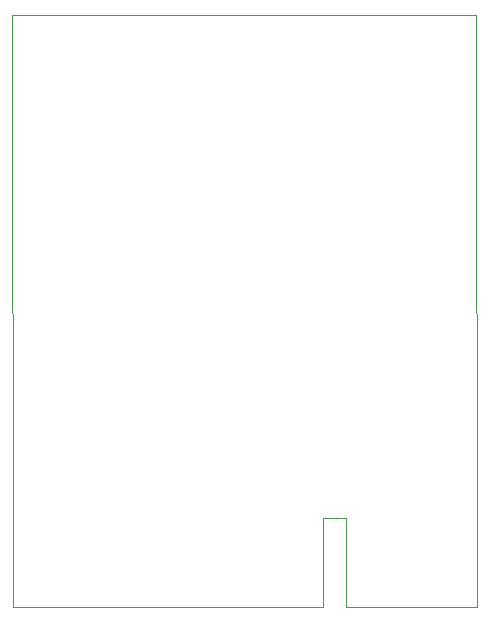
<source format=gbr>
%TF.GenerationSoftware,KiCad,Pcbnew,8.0.2*%
%TF.CreationDate,2024-05-18T22:44:16+02:00*%
%TF.ProjectId,zx-interface-2-rom,7a782d69-6e74-4657-9266-6163652d322d,rev?*%
%TF.SameCoordinates,Original*%
%TF.FileFunction,Profile,NP*%
%FSLAX46Y46*%
G04 Gerber Fmt 4.6, Leading zero omitted, Abs format (unit mm)*
G04 Created by KiCad (PCBNEW 8.0.2) date 2024-05-18 22:44:16*
%MOMM*%
%LPD*%
G01*
G04 APERTURE LIST*
%TA.AperFunction,Profile*%
%ADD10C,0.050000*%
%TD*%
G04 APERTURE END LIST*
D10*
X83800000Y-45975000D02*
X83850000Y-96075000D01*
X112060000Y-96070000D02*
X112060000Y-88520000D01*
X123150000Y-96075000D02*
X112060000Y-96070000D01*
X123100000Y-45975000D02*
X123150000Y-96075000D01*
X83800000Y-45975000D02*
X123100000Y-45975000D01*
X112060000Y-88520000D02*
X110160000Y-88520000D01*
X110160000Y-88520000D02*
X110160000Y-96070000D01*
X110160000Y-96070000D02*
X83850000Y-96075000D01*
M02*

</source>
